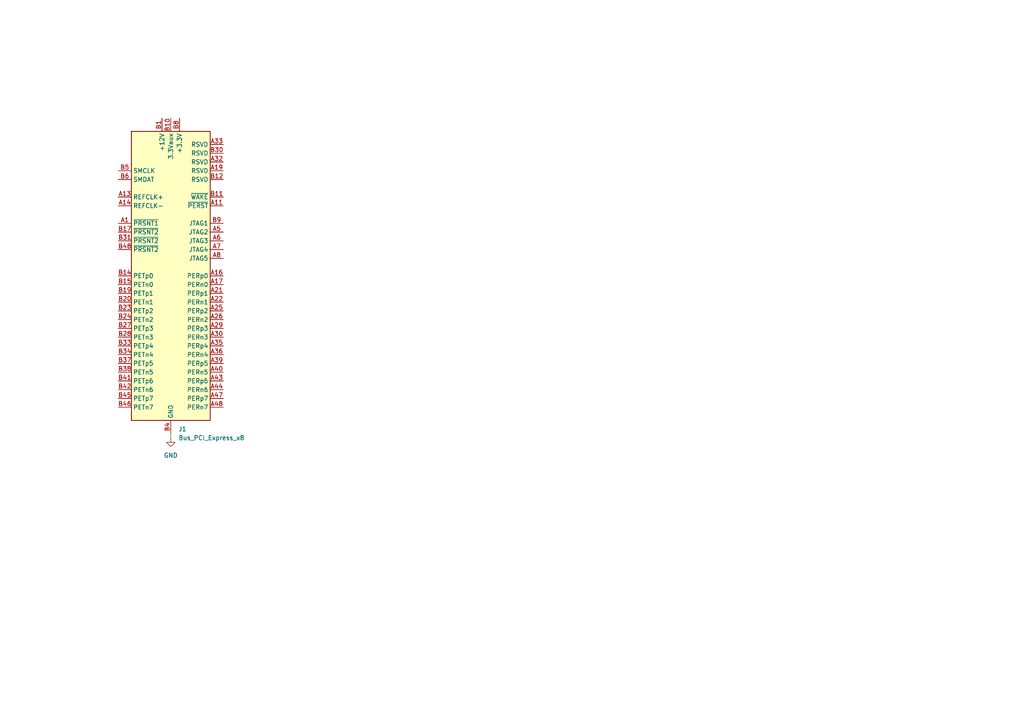
<source format=kicad_sch>
(kicad_sch (version 20230121) (generator eeschema)
  (paper "A4")
  (lib_symbols
    (symbol "Connector:Bus_PCI_Express_x8"
      (property "Reference" "J" (at -8.89 43.18 0))
      (property "Value" "Bus_PCI_Express_x8" (at 12.7 43.18 0))
      (symbol "Bus_PCI_Express_x8_0_1"
        (rectangle (start -11.43 41.91) (end 11.43 -41.91) (stroke (width 0.254)) (fill (type background)))
      )
      (symbol "Bus_PCI_Express_x8_1_1"
        (pin passive line (at -15.24 15.24 0) (length 3.81) (name "~{PRSNT1}") (number "A1"))
        (pin passive line (at 2.54 45.72 270) (length 3.81) hide (name "+3.3V") (number "A10"))
        (pin input line (at 15.24 20.32 180) (length 3.81) (name "~{PERST}") (number "A11"))
        (pin passive line (at 0 -45.72 90) (length 3.81) hide (name "GND") (number "A12"))
        (pin input line (at -15.24 22.86 0) (length 3.81) (name "REFCLK+") (number "A13"))
        (pin input line (at -15.24 20.32 0) (length 3.81) (name "REFCLK-") (number "A14"))
        (pin passive line (at 0 -45.72 90) (length 3.81) hide (name "GND") (number "A15"))
        (pin output line (at 15.24 0 180) (length 3.81) (name "PERp0") (number "A16"))
        (pin output line (at 15.24 -2.54 180) (length 3.81) (name "PERn0") (number "A17"))
        (pin passive line (at 0 -45.72 90) (length 3.81) hide (name "GND") (number "A18"))
        (pin passive line (at 15.24 30.48 180) (length 3.81) (name "RSVD") (number "A19"))
        (pin passive line (at -2.54 45.72 270) (length 3.81) hide (name "+12V") (number "A2"))
        (pin passive line (at 0 -45.72 90) (length 3.81) hide (name "GND") (number "A20"))
        (pin output line (at 15.24 -5.08 180) (length 3.81) (name "PERp1") (number "A21"))
        (pin output line (at 15.24 -7.62 180) (length 3.81) (name "PERn1") (number "A22"))
        (pin passive line (at 0 -45.72 90) (length 3.81) hide (name "GND") (number "A23"))
        (pin passive line (at 0 -45.72 90) (length 3.81) hide (name "GND") (number "A24"))
        (pin output line (at 15.24 -10.16 180) (length 3.81) (name "PERp2") (number "A25"))
        (pin output line (at 15.24 -12.7 180) (length 3.81) (name "PERn2") (number "A26"))
        (pin passive line (at 0 -45.72 90) (length 3.81) hide (name "GND") (number "A27"))
        (pin passive line (at 0 -45.72 90) (length 3.81) hide (name "GND") (number "A28"))
        (pin output line (at 15.24 -15.24 180) (length 3.81) (name "PERp3") (number "A29"))
        (pin passive line (at -2.54 45.72 270) (length 3.81) hide (name "+12V") (number "A3"))
        (pin output line (at 15.24 -17.78 180) (length 3.81) (name "PERn3") (number "A30"))
        (pin passive line (at 0 -45.72 90) (length 3.81) hide (name "GND") (number "A31"))
        (pin passive line (at 15.24 33.02 180) (length 3.81) (name "RSVD") (number "A32"))
        (pin passive line (at 15.24 38.1 180) (length 3.81) (name "RSVD") (number "A33"))
        (pin passive line (at 0 -45.72 90) (length 3.81) hide (name "GND") (number "A34"))
        (pin output line (at 15.24 -20.32 180) (length 3.81) (name "PERp4") (number "A35"))
        (pin output line (at 15.24 -22.86 180) (length 3.81) (name "PERn4") (number "A36"))
        (pin passive line (at 0 -45.72 90) (length 3.81) hide (name "GND") (number "A37"))
        (pin passive line (at 0 -45.72 90) (length 3.81) hide (name "GND") (number "A38"))
        (pin output line (at 15.24 -25.4 180) (length 3.81) (name "PERp5") (number "A39"))
        (pin passive line (at 0 -45.72 90) (length 3.81) hide (name "GND") (number "A4"))
        (pin output line (at 15.24 -27.94 180) (length 3.81) (name "PERn5") (number "A40"))
        (pin passive line (at 0 -45.72 90) (length 3.81) hide (name "GND") (number "A41"))
        (pin passive line (at 0 -45.72 90) (length 3.81) hide (name "GND") (number "A42"))
        (pin output line (at 15.24 -30.48 180) (length 3.81) (name "PERp6") (number "A43"))
        (pin output line (at 15.24 -33.02 180) (length 3.81) (name "PERn6") (number "A44"))
        (pin passive line (at 0 -45.72 90) (length 3.81) hide (name "GND") (number "A45"))
        (pin passive line (at 0 -45.72 90) (length 3.81) hide (name "GND") (number "A46"))
        (pin output line (at 15.24 -35.56 180) (length 3.81) (name "PERp7") (number "A47"))
        (pin output line (at 15.24 -38.1 180) (length 3.81) (name "PERn7") (number "A48"))
        (pin passive line (at 0 -45.72 90) (length 3.81) hide (name "GND") (number "A49"))
        (pin input line (at 15.24 12.7 180) (length 3.81) (name "JTAG2") (number "A5"))
        (pin input line (at 15.24 10.16 180) (length 3.81) (name "JTAG3") (number "A6"))
        (pin output line (at 15.24 7.62 180) (length 3.81) (name "JTAG4") (number "A7"))
        (pin input line (at 15.24 5.08 180) (length 3.81) (name "JTAG5") (number "A8"))
        (pin passive line (at 2.54 45.72 270) (length 3.81) hide (name "+3.3V") (number "A9"))
        (pin power_in line (at -2.54 45.72 270) (length 3.81) (name "+12V") (number "B1"))
        (pin power_in line (at 0 45.72 270) (length 3.81) (name "3.3Vaux") (number "B10"))
        (pin open_collector line (at 15.24 22.86 180) (length 3.81) (name "~{WAKE}") (number "B11"))
        (pin passive line (at 15.24 27.94 180) (length 3.81) (name "RSVD") (number "B12"))
        (pin passive line (at 0 -45.72 90) (length 3.81) hide (name "GND") (number "B13"))
        (pin input line (at -15.24 0 0) (length 3.81) (name "PETp0") (number "B14"))
        (pin input line (at -15.24 -2.54 0) (length 3.81) (name "PETn0") (number "B15"))
        (pin passive line (at 0 -45.72 90) (length 3.81) hide (name "GND") (number "B16"))
        (pin passive line (at -15.24 12.7 0) (length 3.81) (name "~{PRSNT2}") (number "B17"))
        (pin passive line (at 0 -45.72 90) (length 3.81) hide (name "GND") (number "B18"))
        (pin input line (at -15.24 -5.08 0) (length 3.81) (name "PETp1") (number "B19"))
        (pin passive line (at -2.54 45.72 270) (length 3.81) hide (name "+12V") (number "B2"))
        (pin input line (at -15.24 -7.62 0) (length 3.81) (name "PETn1") (number "B20"))
        (pin passive line (at 0 -45.72 90) (length 3.81) hide (name "GND") (number "B21"))
        (pin passive line (at 0 -45.72 90) (length 3.81) hide (name "GND") (number "B22"))
        (pin input line (at -15.24 -10.16 0) (length 3.81) (name "PETp2") (number "B23"))
        (pin input line (at -15.24 -12.7 0) (length 3.81) (name "PETn2") (number "B24"))
        (pin passive line (at 0 -45.72 90) (length 3.81) hide (name "GND") (number "B25"))
        (pin passive line (at 0 -45.72 90) (length 3.81) hide (name "GND") (number "B26"))
        (pin input line (at -15.24 -15.24 0) (length 3.81) (name "PETp3") (number "B27"))
        (pin input line (at -15.24 -17.78 0) (length 3.81) (name "PETn3") (number "B28"))
        (pin passive line (at 0 -45.72 90) (length 3.81) hide (name "GND") (number "B29"))
        (pin passive line (at -2.54 45.72 270) (length 3.81) hide (name "+12V") (number "B3"))
        (pin passive line (at 15.24 35.56 180) (length 3.81) (name "RSVD") (number "B30"))
        (pin passive line (at -15.24 10.16 0) (length 3.81) (name "~{PRSNT2}") (number "B31"))
        (pin passive line (at 0 -45.72 90) (length 3.81) hide (name "GND") (number "B32"))
        (pin input line (at -15.24 -20.32 0) (length 3.81) (name "PETp4") (number "B33"))
        (pin input line (at -15.24 -22.86 0) (length 3.81) (name "PETn4") (number "B34"))
        (pin passive line (at 0 -45.72 90) (length 3.81) hide (name "GND") (number "B35"))
        (pin passive line (at 0 -45.72 90) (length 3.81) hide (name "GND") (number "B36"))
        (pin input line (at -15.24 -25.4 0) (length 3.81) (name "PETp5") (number "B37"))
        (pin input line (at -15.24 -27.94 0) (length 3.81) (name "PETn5") (number "B38"))
        (pin passive line (at 0 -45.72 90) (length 3.81) hide (name "GND") (number "B39"))
        (pin power_in line (at 0 -45.72 90) (length 3.81) (name "GND") (number "B4"))
        (pin passive line (at 0 -45.72 90) (length 3.81) hide (name "GND") (number "B40"))
        (pin input line (at -15.24 -30.48 0) (length 3.81) (name "PETp6") (number "B41"))
        (pin input line (at -15.24 -33.02 0) (length 3.81) (name "PETn6") (number "B42"))
        (pin passive line (at 0 -45.72 90) (length 3.81) hide (name "GND") (number "B43"))
        (pin passive line (at 0 -45.72 90) (length 3.81) hide (name "GND") (number "B44"))
        (pin input line (at -15.24 -35.56 0) (length 3.81) (name "PETp7") (number "B45"))
        (pin input line (at -15.24 -38.1 0) (length 3.81) (name "PETn7") (number "B46"))
        (pin passive line (at 0 -45.72 90) (length 3.81) hide (name "GND") (number "B47"))
        (pin passive line (at -15.24 7.62 0) (length 3.81) (name "~{PRSNT2}") (number "B48"))
        (pin passive line (at 0 -45.72 90) (length 3.81) hide (name "GND") (number "B49"))
        (pin input line (at -15.24 30.48 0) (length 3.81) (name "SMCLK") (number "B5"))
        (pin bidirectional line (at -15.24 27.94 0) (length 3.81) (name "SMDAT") (number "B6"))
        (pin passive line (at 0 -45.72 90) (length 3.81) hide (name "GND") (number "B7"))
        (pin power_in line (at 2.54 45.72 270) (length 3.81) (name "+3.3V") (number "B8"))
        (pin input line (at 15.24 15.24 180) (length 3.81) (name "JTAG1") (number "B9"))
      )
    )
    (symbol "power:GND" (power) (pin_names (offset 0))
      (property "Value" "GND" (at 0 -3.81 0))
      (symbol "GND_0_1"
        (polyline (pts (xy 0 0) (xy 0 -1.27) (xy 1.27 -1.27) (xy 0 -2.54) (xy -1.27 -1.27) (xy 0 -1.27)))
      )
      (symbol "GND_1_1"
        (pin power_in line (at 0 0 270) (length 0) hide (name "GND") (number "1"))
      )
    )
  )
  (wire (pts (xy 49.53 127) (xy 49.53 125.73)))
  (symbol (lib_id "power:GND") (at 49.53 127 0) (unit 1)
    (property "Reference" "#PWR01" (effects hide))
    (property "Value" "GND" (at 49.53 132.08 0))
  )
  (symbol (lib_id "Connector:Bus_PCI_Express_x8") (at 49.53 80.01 0) (unit 1)
    (property "Reference" "J1" (at 51.7241 124.46 0) (effects (justify left)))
    (property "Value" "Bus_PCI_Express_x8" (at 51.7241 127 0) (effects (justify left)))
    (property "Footprint" "Connector_PCBEdge:BUS_PCIexpress_x8" (effects hide))
    (property "Datasheet" "http://www.ritrontek.com/uploadfile/2016/1026/20161026105231124.pdf#page=63" (effects hide))
  )
)
</source>
